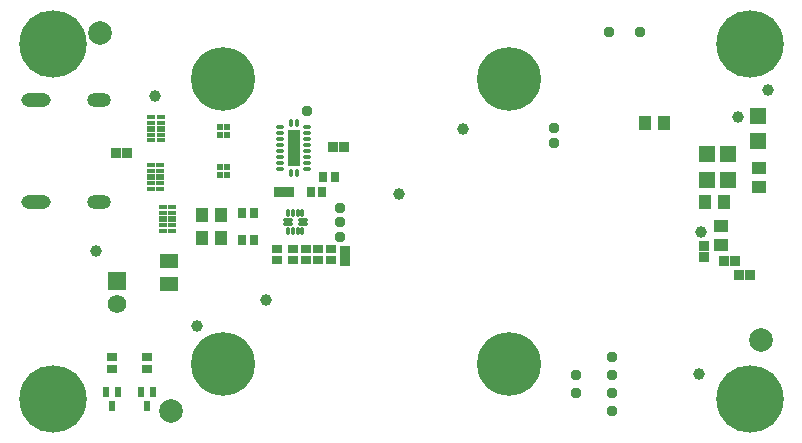
<source format=gts>
G04*
G04 #@! TF.GenerationSoftware,Altium Limited,Altium Designer,19.1.7 (138)*
G04*
G04 Layer_Color=8388736*
%FSLAX25Y25*%
%MOIN*%
G70*
G01*
G75*
G04:AMPARAMS|DCode=31|XSize=11.81mil|YSize=23.62mil|CornerRadius=2.36mil|HoleSize=0mil|Usage=FLASHONLY|Rotation=0.000|XOffset=0mil|YOffset=0mil|HoleType=Round|Shape=RoundedRectangle|*
%AMROUNDEDRECTD31*
21,1,0.01181,0.01890,0,0,0.0*
21,1,0.00709,0.02362,0,0,0.0*
1,1,0.00472,0.00354,-0.00945*
1,1,0.00472,-0.00354,-0.00945*
1,1,0.00472,-0.00354,0.00945*
1,1,0.00472,0.00354,0.00945*
%
%ADD31ROUNDEDRECTD31*%
G04:AMPARAMS|DCode=32|XSize=11.81mil|YSize=31.5mil|CornerRadius=2.36mil|HoleSize=0mil|Usage=FLASHONLY|Rotation=270.000|XOffset=0mil|YOffset=0mil|HoleType=Round|Shape=RoundedRectangle|*
%AMROUNDEDRECTD32*
21,1,0.01181,0.02677,0,0,270.0*
21,1,0.00709,0.03150,0,0,270.0*
1,1,0.00472,-0.01339,-0.00354*
1,1,0.00472,-0.01339,0.00354*
1,1,0.00472,0.01339,0.00354*
1,1,0.00472,0.01339,-0.00354*
%
%ADD32ROUNDEDRECTD32*%
G04:AMPARAMS|DCode=33|XSize=12.6mil|YSize=26.38mil|CornerRadius=2.36mil|HoleSize=0mil|Usage=FLASHONLY|Rotation=270.000|XOffset=0mil|YOffset=0mil|HoleType=Round|Shape=RoundedRectangle|*
%AMROUNDEDRECTD33*
21,1,0.01260,0.02165,0,0,270.0*
21,1,0.00787,0.02638,0,0,270.0*
1,1,0.00472,-0.01083,-0.00394*
1,1,0.00472,-0.01083,0.00394*
1,1,0.00472,0.01083,0.00394*
1,1,0.00472,0.01083,-0.00394*
%
%ADD33ROUNDEDRECTD33*%
G04:AMPARAMS|DCode=34|XSize=12.6mil|YSize=26.38mil|CornerRadius=2.36mil|HoleSize=0mil|Usage=FLASHONLY|Rotation=180.000|XOffset=0mil|YOffset=0mil|HoleType=Round|Shape=RoundedRectangle|*
%AMROUNDEDRECTD34*
21,1,0.01260,0.02165,0,0,180.0*
21,1,0.00787,0.02638,0,0,180.0*
1,1,0.00472,-0.00394,0.01083*
1,1,0.00472,0.00394,0.01083*
1,1,0.00472,0.00394,-0.01083*
1,1,0.00472,-0.00394,-0.01083*
%
%ADD34ROUNDEDRECTD34*%
G04:AMPARAMS|DCode=35|XSize=42.13mil|YSize=120.87mil|CornerRadius=3.35mil|HoleSize=0mil|Usage=FLASHONLY|Rotation=180.000|XOffset=0mil|YOffset=0mil|HoleType=Round|Shape=RoundedRectangle|*
%AMROUNDEDRECTD35*
21,1,0.04213,0.11417,0,0,180.0*
21,1,0.03543,0.12087,0,0,180.0*
1,1,0.00669,-0.01772,0.05709*
1,1,0.00669,0.01772,0.05709*
1,1,0.00669,0.01772,-0.05709*
1,1,0.00669,-0.01772,-0.05709*
%
%ADD35ROUNDEDRECTD35*%
%ADD36C,0.03937*%
%ADD37C,0.03753*%
%ADD38R,0.01981X0.03595*%
%ADD39R,0.06312X0.04934*%
%ADD40R,0.04343X0.04737*%
%ADD41R,0.03359X0.02965*%
%ADD42R,0.02559X0.01575*%
%ADD43R,0.02559X0.01968*%
%ADD44R,0.03241X0.03241*%
%ADD45R,0.02217X0.02060*%
%ADD46R,0.05800X0.05300*%
%ADD47R,0.02965X0.03359*%
%ADD48R,0.03241X0.03241*%
%ADD49R,0.04737X0.04343*%
%ADD50C,0.07874*%
%ADD51C,0.21260*%
%ADD52C,0.22453*%
%ADD53O,0.07874X0.04724*%
%ADD54O,0.09843X0.04724*%
%ADD55C,0.06186*%
%ADD56R,0.06186X0.06186*%
D31*
X90276Y73685D02*
D03*
X91851D02*
D03*
X93425D02*
D03*
X95000D02*
D03*
Y67780D02*
D03*
X93425D02*
D03*
X91851D02*
D03*
X90276D02*
D03*
D32*
X95197Y71520D02*
D03*
Y69945D02*
D03*
X90079D02*
D03*
Y71520D02*
D03*
D33*
X96673Y98331D02*
D03*
Y100300D02*
D03*
X87618Y90457D02*
D03*
Y88489D02*
D03*
Y98331D02*
D03*
Y96363D02*
D03*
Y94394D02*
D03*
Y92426D02*
D03*
Y102268D02*
D03*
Y100300D02*
D03*
X96673Y102268D02*
D03*
Y96363D02*
D03*
Y94394D02*
D03*
Y88489D02*
D03*
Y90457D02*
D03*
Y92426D02*
D03*
D34*
X93130Y86914D02*
D03*
X91162D02*
D03*
Y103843D02*
D03*
X93130D02*
D03*
D35*
X92146Y95378D02*
D03*
D36*
X82941Y44814D02*
D03*
X250200Y114700D02*
D03*
X227200Y20200D02*
D03*
X228043Y67283D02*
D03*
X45900Y112800D02*
D03*
X240100Y105900D02*
D03*
X148600Y101800D02*
D03*
X60039Y36122D02*
D03*
X127380Y80194D02*
D03*
X26378Y61024D02*
D03*
D37*
X198327Y7874D02*
D03*
X107480Y75512D02*
D03*
X107480Y70669D02*
D03*
X107480Y65890D02*
D03*
X186221Y19685D02*
D03*
X178919Y96971D02*
D03*
X178854Y102028D02*
D03*
X197256Y134144D02*
D03*
X207500Y134100D02*
D03*
X96535Y107681D02*
D03*
X186221Y13780D02*
D03*
X198327Y25591D02*
D03*
Y19685D02*
D03*
Y13780D02*
D03*
D38*
X33465Y14213D02*
D03*
X29528D02*
D03*
X31496Y9409D02*
D03*
X45276Y14213D02*
D03*
X41339D02*
D03*
X43307Y9409D02*
D03*
D39*
X50394Y50197D02*
D03*
Y57677D02*
D03*
D40*
X215381Y103888D02*
D03*
X209082D02*
D03*
X229328Y77333D02*
D03*
X235628D02*
D03*
X61507Y65282D02*
D03*
X67806D02*
D03*
X61430Y73156D02*
D03*
X67729D02*
D03*
D41*
X31496Y21654D02*
D03*
Y25591D02*
D03*
X100300Y61869D02*
D03*
Y57932D02*
D03*
X96100Y61869D02*
D03*
Y57932D02*
D03*
X104500Y61869D02*
D03*
Y57932D02*
D03*
X91851Y61855D02*
D03*
Y57918D02*
D03*
X86437Y61855D02*
D03*
Y57918D02*
D03*
X43307Y21654D02*
D03*
Y25591D02*
D03*
D42*
X51467Y75704D02*
D03*
Y73736D02*
D03*
Y69799D02*
D03*
Y67830D02*
D03*
X48396D02*
D03*
Y69799D02*
D03*
Y73736D02*
D03*
Y75704D02*
D03*
X44592Y81894D02*
D03*
Y83863D02*
D03*
Y87800D02*
D03*
Y89768D02*
D03*
X47663D02*
D03*
Y87800D02*
D03*
Y83863D02*
D03*
Y81894D02*
D03*
X44692Y97906D02*
D03*
Y99874D02*
D03*
Y103811D02*
D03*
Y105780D02*
D03*
X47763D02*
D03*
Y103811D02*
D03*
Y99874D02*
D03*
Y97906D02*
D03*
D43*
X51467Y71767D02*
D03*
X48396D02*
D03*
X44592Y85831D02*
D03*
X47663D02*
D03*
X44692Y101843D02*
D03*
X47763D02*
D03*
D44*
X36439Y93701D02*
D03*
X32895D02*
D03*
X90641Y80671D02*
D03*
X87098D02*
D03*
X108911Y95775D02*
D03*
X105367D02*
D03*
X235528Y57900D02*
D03*
X239072D02*
D03*
X240591Y53161D02*
D03*
X244134D02*
D03*
D45*
X67517Y86363D02*
D03*
X69722D02*
D03*
X67629Y102492D02*
D03*
X69833D02*
D03*
X67629Y99737D02*
D03*
X69833D02*
D03*
X67517Y89198D02*
D03*
X69722D02*
D03*
D46*
X230000Y84869D02*
D03*
Y93531D02*
D03*
X247000Y97569D02*
D03*
Y106231D02*
D03*
X237000Y84869D02*
D03*
Y93531D02*
D03*
D47*
X74976Y64745D02*
D03*
X78913D02*
D03*
X75012Y73747D02*
D03*
X78949D02*
D03*
X97736Y80634D02*
D03*
X101673D02*
D03*
X102018Y85603D02*
D03*
X105955D02*
D03*
D48*
X109100Y61172D02*
D03*
Y57628D02*
D03*
X228828Y59213D02*
D03*
Y62756D02*
D03*
D49*
X234400Y69350D02*
D03*
Y63050D02*
D03*
X247100Y88750D02*
D03*
Y82450D02*
D03*
D50*
X27559Y133858D02*
D03*
X248031Y31496D02*
D03*
X51181Y7874D02*
D03*
D51*
X163779Y118553D02*
D03*
X68504D02*
D03*
Y23278D02*
D03*
X163779D02*
D03*
D52*
X244094Y11811D02*
D03*
X11811D02*
D03*
Y129921D02*
D03*
X244094D02*
D03*
D53*
X27377Y77480D02*
D03*
Y111496D02*
D03*
D54*
X6275Y77480D02*
D03*
Y111496D02*
D03*
D55*
X33268Y43307D02*
D03*
D56*
Y51181D02*
D03*
M02*

</source>
